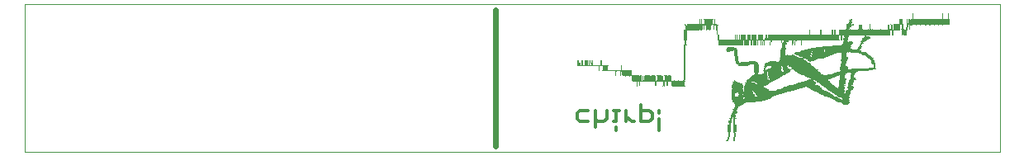
<source format=gbo>
G75*
G70*
%OFA0B0*%
%FSLAX24Y24*%
%IPPOS*%
%LPD*%
%AMOC8*
5,1,8,0,0,1.08239X$1,22.5*
%
%ADD10C,0.0000*%
%ADD11C,0.0240*%
%ADD12R,0.0029X0.0029*%
%ADD13R,0.0145X0.0029*%
%ADD14R,0.0116X0.0029*%
%ADD15R,0.0058X0.0029*%
%ADD16R,0.0087X0.0029*%
%ADD17R,0.0812X0.0029*%
%ADD18R,0.0725X0.0029*%
%ADD19R,0.0348X0.0029*%
%ADD20R,0.1566X0.0029*%
%ADD21R,0.1653X0.0029*%
%ADD22R,0.1711X0.0029*%
%ADD23R,0.1218X0.0029*%
%ADD24R,0.0203X0.0029*%
%ADD25R,0.0377X0.0029*%
%ADD26R,0.1740X0.0029*%
%ADD27R,0.0580X0.0029*%
%ADD28R,0.0174X0.0029*%
%ADD29R,0.0290X0.0029*%
%ADD30R,0.0087X0.0029*%
%ADD31R,0.0058X0.0029*%
%ADD32R,0.0261X0.0029*%
%ADD33R,0.0667X0.0029*%
%ADD34R,0.2436X0.0029*%
%ADD35R,0.0232X0.0029*%
%ADD36R,0.2059X0.0029*%
%ADD37R,0.0174X0.0029*%
%ADD38R,0.3770X0.0029*%
%ADD39R,0.1131X0.0029*%
%ADD40R,0.2871X0.0029*%
%ADD41R,0.0319X0.0029*%
%ADD42R,0.0261X0.0029*%
%ADD43R,0.4930X0.0029*%
%ADD44R,0.1015X0.0029*%
%ADD45R,0.0377X0.0029*%
%ADD46R,0.0406X0.0029*%
%ADD47R,0.0754X0.0029*%
%ADD48R,0.0986X0.0029*%
%ADD49R,0.1160X0.0029*%
%ADD50R,0.1392X0.0029*%
%ADD51R,0.1624X0.0029*%
%ADD52R,0.1798X0.0029*%
%ADD53R,0.0435X0.0029*%
%ADD54R,0.1421X0.0029*%
%ADD55R,0.0464X0.0029*%
%ADD56R,0.1450X0.0029*%
%ADD57R,0.0493X0.0029*%
%ADD58R,0.1479X0.0029*%
%ADD59R,0.0551X0.0029*%
%ADD60R,0.0899X0.0029*%
%ADD61R,0.0551X0.0029*%
%ADD62R,0.0464X0.0029*%
%ADD63R,0.0696X0.0029*%
%ADD64R,0.0638X0.0029*%
%ADD65R,0.0870X0.0029*%
%ADD66R,0.0841X0.0029*%
%ADD67R,0.0841X0.0029*%
%ADD68R,0.0928X0.0029*%
%ADD69R,0.0667X0.0029*%
%ADD70R,0.0957X0.0029*%
%ADD71R,0.1073X0.0029*%
%ADD72R,0.1131X0.0029*%
%ADD73R,0.1711X0.0029*%
%ADD74R,0.1856X0.0029*%
%ADD75R,0.1885X0.0029*%
%ADD76R,0.1247X0.0029*%
%ADD77R,0.0522X0.0029*%
%ADD78R,0.1305X0.0029*%
%ADD79R,0.1189X0.0029*%
%ADD80R,0.0928X0.0029*%
%ADD81R,0.0783X0.0029*%
%ADD82R,0.0609X0.0029*%
%ADD83R,0.1102X0.0029*%
%ADD84R,0.2117X0.0029*%
%ADD85R,0.1044X0.0029*%
%ADD86R,0.0754X0.0029*%
%ADD87R,0.1334X0.0029*%
%ADD88R,0.1044X0.0029*%
%ADD89R,0.0348X0.0029*%
%ADD90C,0.0120*%
D10*
X000151Y001048D02*
X000151Y007044D01*
X039533Y007044D01*
X039533Y001048D01*
X000151Y001048D01*
D11*
X019151Y001298D02*
X019151Y006798D01*
D12*
X026831Y006210D03*
X027440Y006239D03*
X027440Y006268D03*
X027440Y006297D03*
X027440Y006326D03*
X027440Y006355D03*
X027440Y006384D03*
X027498Y006384D03*
X027498Y006355D03*
X027498Y006326D03*
X027498Y006297D03*
X027498Y006268D03*
X027498Y006239D03*
X027527Y006152D03*
X027527Y006123D03*
X027527Y006094D03*
X027527Y006065D03*
X027527Y006036D03*
X027527Y006007D03*
X027585Y006007D03*
X027585Y006036D03*
X027585Y006065D03*
X027585Y006094D03*
X027585Y006123D03*
X027585Y006152D03*
X027991Y006152D03*
X027991Y006123D03*
X027991Y006094D03*
X027991Y006065D03*
X027991Y006036D03*
X027991Y006007D03*
X027846Y005978D03*
X027701Y005978D03*
X028136Y005949D03*
X028136Y005920D03*
X028136Y005891D03*
X028136Y005862D03*
X028136Y005833D03*
X028136Y005804D03*
X028861Y005775D03*
X028861Y005746D03*
X028861Y005717D03*
X028861Y005688D03*
X028861Y005659D03*
X028861Y005630D03*
X028861Y005601D03*
X028948Y005601D03*
X028948Y005630D03*
X028948Y005659D03*
X028948Y005688D03*
X028948Y005717D03*
X028948Y005746D03*
X028948Y005775D03*
X029035Y005775D03*
X029035Y005746D03*
X029035Y005717D03*
X029035Y005688D03*
X029035Y005659D03*
X029035Y005630D03*
X029035Y005601D03*
X029760Y005543D03*
X029760Y005514D03*
X029760Y005485D03*
X029760Y005456D03*
X029760Y005427D03*
X029760Y005398D03*
X029760Y005369D03*
X029905Y005369D03*
X029905Y005398D03*
X029905Y005427D03*
X029905Y005456D03*
X029905Y005485D03*
X029905Y005514D03*
X029905Y005543D03*
X029963Y005514D03*
X029963Y005485D03*
X029963Y005456D03*
X029963Y005427D03*
X029963Y005398D03*
X029963Y005369D03*
X030021Y005369D03*
X030021Y005398D03*
X030021Y005427D03*
X030021Y005456D03*
X030021Y005485D03*
X030021Y005514D03*
X030282Y005456D03*
X030282Y005427D03*
X030282Y005398D03*
X030282Y005369D03*
X030746Y005456D03*
X030746Y005485D03*
X030746Y005514D03*
X030746Y005543D03*
X031181Y005398D03*
X031181Y005369D03*
X031268Y005369D03*
X031268Y005398D03*
X031268Y005427D03*
X031268Y005456D03*
X031268Y005485D03*
X031268Y005514D03*
X031529Y005514D03*
X031529Y005485D03*
X031529Y005456D03*
X031529Y005427D03*
X031529Y005398D03*
X031529Y005369D03*
X031529Y005543D03*
X031877Y005804D03*
X031877Y005833D03*
X031877Y005862D03*
X031877Y005891D03*
X031877Y005920D03*
X031877Y005949D03*
X031877Y005978D03*
X032283Y005978D03*
X033124Y005746D03*
X033124Y005717D03*
X033124Y005688D03*
X033124Y005659D03*
X033124Y005630D03*
X033124Y005601D03*
X033124Y005572D03*
X033182Y005572D03*
X033182Y005601D03*
X033182Y005630D03*
X033182Y005659D03*
X033182Y005688D03*
X033182Y005717D03*
X033182Y005746D03*
X033501Y006007D03*
X034226Y006007D03*
X034284Y006036D03*
X034284Y006065D03*
X034284Y006094D03*
X034284Y006123D03*
X034284Y006152D03*
X034284Y006181D03*
X034284Y006210D03*
X034400Y006007D03*
X034748Y006007D03*
X035125Y006210D03*
X035792Y006268D03*
X035792Y006297D03*
X035792Y006326D03*
X035792Y006355D03*
X035792Y006384D03*
X035792Y006413D03*
X035850Y006413D03*
X036024Y006442D03*
X036024Y006471D03*
X036024Y006500D03*
X036024Y006529D03*
X036024Y006558D03*
X036024Y006587D03*
X036024Y006616D03*
X037242Y006616D03*
X037242Y006587D03*
X037242Y006558D03*
X037242Y006529D03*
X037242Y006500D03*
X037242Y006471D03*
X037242Y006442D03*
X037474Y006442D03*
X037474Y006471D03*
X037474Y006500D03*
X037474Y006529D03*
X037474Y006558D03*
X037474Y006587D03*
X037474Y006616D03*
X037242Y006181D03*
X037068Y006181D03*
X036894Y006181D03*
X036343Y006181D03*
X036169Y006181D03*
X035995Y006181D03*
X035908Y006152D03*
X035908Y006123D03*
X035908Y006094D03*
X035908Y006065D03*
X035908Y006036D03*
X035908Y006007D03*
X035589Y005775D03*
X033443Y005079D03*
X030978Y004963D03*
X029847Y004180D03*
X028832Y003919D03*
X026570Y003919D03*
X026396Y003919D03*
X025932Y003948D03*
X025932Y003977D03*
X025932Y004006D03*
X025932Y004035D03*
X025932Y004064D03*
X025932Y004093D03*
X026222Y004122D03*
X025120Y004093D03*
X025120Y004064D03*
X025120Y004035D03*
X025120Y004006D03*
X025120Y003977D03*
X025120Y003948D03*
X025004Y003861D03*
X025004Y003832D03*
X025004Y003803D03*
X025004Y003774D03*
X025004Y003745D03*
X025004Y003716D03*
X024888Y003716D03*
X024888Y003687D03*
X024888Y003745D03*
X024888Y003774D03*
X024888Y003803D03*
X024888Y003832D03*
X024888Y003861D03*
X024598Y004093D03*
X024424Y004093D03*
X024221Y004122D03*
X024221Y004151D03*
X024221Y004180D03*
X024221Y004209D03*
X024221Y004238D03*
X024221Y004267D03*
X024250Y004354D03*
X024250Y004383D03*
X024250Y004412D03*
X024250Y004441D03*
X024250Y004470D03*
X024250Y004499D03*
X024250Y004528D03*
X024018Y004267D03*
X024018Y004238D03*
X024018Y004209D03*
X024018Y004180D03*
X024018Y004151D03*
X024018Y004122D03*
X023351Y004325D03*
X023351Y004354D03*
X023351Y004383D03*
X023351Y004412D03*
X023351Y004441D03*
X023351Y004470D03*
X023351Y004499D03*
X022974Y004557D03*
X022974Y004586D03*
X022974Y004615D03*
X022974Y004644D03*
X022974Y004673D03*
X022974Y004702D03*
X022974Y004731D03*
X023032Y004731D03*
X023032Y004702D03*
X023032Y004673D03*
X023032Y004644D03*
X023090Y004644D03*
X023090Y004673D03*
X023090Y004702D03*
X023090Y004731D03*
X025932Y003687D03*
X025990Y003687D03*
X028020Y006239D03*
X028020Y006268D03*
X028020Y006297D03*
X028020Y006326D03*
X028020Y006355D03*
X028020Y006384D03*
X028020Y006413D03*
X027614Y006413D03*
X027498Y006413D03*
D13*
X027730Y006413D03*
X027585Y006181D03*
X030862Y005485D03*
X030804Y005369D03*
X030804Y005340D03*
X030804Y005311D03*
X030804Y005282D03*
X030804Y005253D03*
X028890Y004905D03*
X028571Y005108D03*
X030079Y004499D03*
X030050Y004267D03*
X030050Y004238D03*
X029702Y004238D03*
X029702Y004209D03*
X031877Y003948D03*
X033472Y003745D03*
X033472Y003716D03*
X033559Y004064D03*
X033559Y004093D03*
X033559Y004122D03*
X033588Y004180D03*
X033588Y004209D03*
X034342Y004789D03*
X034371Y004760D03*
X033298Y005514D03*
X033298Y005543D03*
X033327Y005659D03*
X033385Y006036D03*
X033907Y006036D03*
X033907Y006065D03*
X033907Y006094D03*
X033907Y006123D03*
X033907Y006152D03*
X033907Y006181D03*
X022829Y004731D03*
X022829Y004702D03*
X022829Y004673D03*
X022829Y004644D03*
X022829Y004615D03*
X022829Y004586D03*
X022829Y004557D03*
X028774Y003397D03*
X028774Y003368D03*
X028774Y003339D03*
X028774Y003310D03*
X029064Y003368D03*
X028890Y002875D03*
X028890Y002846D03*
X028861Y002817D03*
X028861Y002788D03*
X028832Y002730D03*
X028832Y002701D03*
X028803Y002614D03*
X028774Y002556D03*
D14*
X028673Y002411D03*
X028818Y002382D03*
X028644Y002295D03*
X028644Y002266D03*
X028644Y002237D03*
X028615Y002121D03*
X028615Y002092D03*
X028615Y002063D03*
X028615Y002034D03*
X028615Y002005D03*
X028615Y001976D03*
X028615Y001947D03*
X028615Y001918D03*
X028615Y001889D03*
X028615Y001860D03*
X028818Y001860D03*
X028818Y001889D03*
X028818Y001918D03*
X028818Y001947D03*
X028818Y001976D03*
X028818Y002005D03*
X028818Y002034D03*
X028818Y002063D03*
X028818Y002092D03*
X028818Y002121D03*
X026034Y004122D03*
X028934Y004673D03*
X028934Y004702D03*
X028905Y004731D03*
X028905Y004760D03*
X028905Y004789D03*
X028905Y004818D03*
X028905Y004847D03*
X028905Y004876D03*
X028876Y004934D03*
X028876Y004963D03*
X028876Y004992D03*
X028876Y005021D03*
X028876Y005050D03*
X028876Y005079D03*
X028876Y005108D03*
X028876Y005137D03*
X029630Y005369D03*
X029630Y005398D03*
X029630Y005427D03*
X029630Y005456D03*
X029630Y005485D03*
X029630Y005514D03*
X029630Y005543D03*
X029398Y005601D03*
X029398Y005630D03*
X029398Y005659D03*
X029398Y005688D03*
X029398Y005717D03*
X029398Y005746D03*
X029398Y005775D03*
X030094Y005630D03*
X030094Y005601D03*
X030848Y005456D03*
X033371Y006007D03*
X033400Y006065D03*
X033458Y006239D03*
X033487Y006268D03*
X033487Y006297D03*
X033516Y006355D03*
X035517Y006355D03*
X035517Y006326D03*
X035517Y006297D03*
X035517Y006268D03*
X035517Y006239D03*
X035517Y006384D03*
X035604Y006007D03*
X035691Y005775D03*
X034009Y005514D03*
X033980Y005485D03*
X033951Y005427D03*
X033893Y005311D03*
X033864Y005253D03*
X033864Y005224D03*
X033835Y005195D03*
X033516Y005485D03*
X034386Y004731D03*
X034415Y004702D03*
X034415Y004673D03*
X034415Y004644D03*
X034444Y004615D03*
X034444Y004586D03*
X033574Y004151D03*
X026817Y005369D03*
X026846Y005572D03*
X026846Y005601D03*
X026846Y005630D03*
X026846Y005659D03*
X026846Y005688D03*
X026846Y005717D03*
X026846Y005746D03*
X026846Y005775D03*
X026846Y005804D03*
X026846Y005833D03*
X026846Y005862D03*
X026846Y005891D03*
X026846Y005920D03*
X026846Y005949D03*
X027890Y006413D03*
X022525Y004615D03*
X022525Y004586D03*
X022525Y004557D03*
D15*
X024033Y004296D03*
X024236Y004296D03*
X025019Y004122D03*
X025483Y004122D03*
X025570Y004122D03*
X026150Y004122D03*
X026788Y004122D03*
X026788Y004093D03*
X026788Y004064D03*
X026788Y004035D03*
X026788Y004006D03*
X026788Y003977D03*
X026788Y003948D03*
X026788Y004151D03*
X026788Y004180D03*
X026788Y004209D03*
X026788Y004238D03*
X026788Y004267D03*
X026788Y004296D03*
X026788Y004325D03*
X026788Y004354D03*
X026788Y004383D03*
X026788Y004412D03*
X026788Y004441D03*
X026788Y004470D03*
X026788Y004499D03*
X026788Y004528D03*
X026788Y004557D03*
X026788Y004586D03*
X026788Y004615D03*
X026788Y004644D03*
X026788Y004673D03*
X026788Y004702D03*
X026788Y004731D03*
X026788Y004760D03*
X026788Y004789D03*
X026788Y004818D03*
X026788Y004847D03*
X026788Y004876D03*
X026788Y004905D03*
X026788Y004934D03*
X026788Y004963D03*
X026788Y004992D03*
X026788Y005021D03*
X026788Y005050D03*
X026788Y005079D03*
X026788Y005108D03*
X026788Y005137D03*
X026788Y005166D03*
X026788Y005195D03*
X026788Y005224D03*
X026788Y005253D03*
X026788Y005282D03*
X026788Y005311D03*
X026788Y005340D03*
X028151Y005601D03*
X028151Y005630D03*
X028151Y005659D03*
X028151Y005688D03*
X028151Y005717D03*
X028151Y005746D03*
X028151Y005775D03*
X027455Y005978D03*
X026846Y006152D03*
X026846Y006181D03*
X029485Y005514D03*
X029485Y005485D03*
X029485Y005456D03*
X029485Y005427D03*
X029485Y005398D03*
X029485Y005369D03*
X031283Y005543D03*
X032298Y005804D03*
X032298Y005833D03*
X032298Y005862D03*
X032298Y005891D03*
X032298Y005920D03*
X032298Y005949D03*
X033603Y006210D03*
X034299Y006007D03*
X035778Y006036D03*
X035778Y006065D03*
X035923Y006181D03*
X036706Y006181D03*
X035865Y006384D03*
X033545Y006413D03*
X033545Y005514D03*
X030036Y004441D03*
X025628Y003861D03*
X025628Y003832D03*
X025628Y003803D03*
X025628Y003774D03*
X025628Y003745D03*
X025628Y003716D03*
X028818Y001802D03*
X028818Y001773D03*
X028818Y001744D03*
X028818Y001715D03*
X028818Y001657D03*
X028586Y001657D03*
X028528Y001512D03*
X028789Y001512D03*
X028789Y001483D03*
X028789Y001541D03*
D16*
X028803Y001570D03*
X028803Y001599D03*
X028803Y001628D03*
X028832Y001686D03*
X028600Y001686D03*
X028600Y001715D03*
X028600Y001744D03*
X028600Y001773D03*
X028600Y001802D03*
X028600Y001831D03*
X028803Y001831D03*
X028571Y001628D03*
X028571Y001599D03*
X028542Y001541D03*
X028513Y001483D03*
X028803Y002150D03*
X028803Y002179D03*
X028803Y002208D03*
X028803Y002237D03*
X028803Y002266D03*
X028803Y002295D03*
X028803Y002324D03*
X028803Y002353D03*
X028803Y002411D03*
X028803Y002440D03*
X028687Y002440D03*
X028658Y002382D03*
X028658Y002353D03*
X028658Y002324D03*
X025961Y003716D03*
X025961Y003745D03*
X025961Y003774D03*
X025961Y003803D03*
X025961Y003832D03*
X025961Y003861D03*
X026773Y003919D03*
X028832Y003890D03*
X030021Y004354D03*
X030021Y004383D03*
X030021Y004412D03*
X030050Y004470D03*
X031877Y004702D03*
X034458Y004557D03*
X034458Y004528D03*
X034458Y004499D03*
X034458Y004470D03*
X033878Y005282D03*
X033907Y005340D03*
X033907Y005369D03*
X033936Y005398D03*
X033965Y005456D03*
X034110Y005717D03*
X034110Y005746D03*
X035183Y005775D03*
X035183Y005804D03*
X035183Y005833D03*
X035183Y005862D03*
X035183Y005891D03*
X035183Y005920D03*
X035183Y005949D03*
X035038Y006036D03*
X035038Y006065D03*
X035038Y006094D03*
X035038Y006123D03*
X035038Y006152D03*
X035038Y006181D03*
X035763Y006007D03*
X035792Y006094D03*
X035792Y006123D03*
X035792Y006152D03*
X035792Y006181D03*
X035531Y006413D03*
X033530Y006384D03*
X033501Y006326D03*
X032863Y005978D03*
X032863Y005949D03*
X032863Y005920D03*
X032863Y005891D03*
X032863Y005862D03*
X032863Y005833D03*
X032863Y005804D03*
X030108Y005775D03*
X030108Y005746D03*
X030108Y005717D03*
X030108Y005688D03*
X030108Y005659D03*
X029992Y005543D03*
X028107Y005978D03*
X028107Y006007D03*
X028107Y006036D03*
X028107Y006065D03*
X028107Y006094D03*
X028107Y006123D03*
X028107Y006152D03*
X026831Y005543D03*
X026831Y005514D03*
X026831Y005485D03*
X026831Y005456D03*
X026831Y005427D03*
X026831Y005398D03*
X023438Y004731D03*
X023438Y004702D03*
X023438Y004673D03*
X023438Y004644D03*
X023438Y004615D03*
X023438Y004586D03*
X023438Y004557D03*
X023061Y004557D03*
X023061Y004586D03*
X023061Y004615D03*
X022655Y004615D03*
X022655Y004586D03*
X022655Y004557D03*
X022655Y004644D03*
X022655Y004673D03*
X022655Y004702D03*
X022655Y004731D03*
X022510Y004731D03*
X022510Y004702D03*
X022510Y004673D03*
X022510Y004644D03*
D17*
X028557Y005369D03*
X028557Y005398D03*
X028557Y005427D03*
X028557Y005456D03*
X028557Y005485D03*
X032037Y005166D03*
X036329Y006413D03*
X031689Y003803D03*
X030094Y003339D03*
X029630Y003716D03*
D18*
X030746Y003513D03*
X030862Y003542D03*
X032892Y003600D03*
X032921Y004151D03*
X030543Y004209D03*
X030340Y004325D03*
X029789Y004035D03*
X032283Y004934D03*
X037126Y006413D03*
D19*
X031718Y004876D03*
X031921Y004760D03*
X030384Y004006D03*
X029920Y003745D03*
X029369Y003513D03*
X029369Y003484D03*
X032733Y003281D03*
X032791Y003252D03*
X032820Y003223D03*
X033284Y003223D03*
X033284Y003020D03*
X027774Y006239D03*
X027774Y006268D03*
X027774Y006297D03*
X027774Y006326D03*
X027774Y006355D03*
X027774Y006384D03*
D20*
X036706Y006384D03*
D21*
X036662Y006355D03*
X036662Y006326D03*
X036662Y006297D03*
X036662Y006268D03*
D22*
X036633Y006239D03*
D23*
X027513Y006210D03*
X030239Y003426D03*
X029340Y003107D03*
D24*
X028919Y002904D03*
X029383Y003861D03*
X029702Y004296D03*
X029702Y004325D03*
X029702Y004354D03*
X029702Y004383D03*
X029702Y004412D03*
X029702Y004441D03*
X029702Y004470D03*
X029702Y004499D03*
X030862Y004470D03*
X033153Y004093D03*
X033153Y004064D03*
X033588Y004035D03*
X033530Y003890D03*
X033530Y003861D03*
X033501Y003832D03*
X033501Y003687D03*
X033443Y003542D03*
X033414Y003513D03*
X033414Y003484D03*
X033385Y003426D03*
X033211Y004528D03*
X033211Y004557D03*
X033211Y004586D03*
X034255Y004876D03*
X034284Y004847D03*
X034226Y004905D03*
X033240Y004905D03*
X033240Y005021D03*
X033240Y005050D03*
X030891Y005514D03*
X029615Y005601D03*
X029615Y005630D03*
X029615Y005659D03*
X029615Y005688D03*
X029615Y005717D03*
X029615Y005746D03*
X029615Y005775D03*
X027788Y006181D03*
X030775Y005166D03*
X030775Y005137D03*
X030775Y005108D03*
X030775Y005079D03*
X030775Y005050D03*
X033907Y006007D03*
X033443Y006123D03*
X033443Y006210D03*
X035096Y006007D03*
X035676Y005949D03*
X035676Y005920D03*
X035676Y005891D03*
X035676Y005862D03*
X035676Y005833D03*
X035676Y005804D03*
X025787Y004093D03*
X025787Y004064D03*
X025787Y004035D03*
X025787Y004006D03*
X025787Y003977D03*
X025787Y003948D03*
D25*
X024859Y003948D03*
X024859Y003977D03*
X024859Y004006D03*
X024859Y004035D03*
X024859Y004064D03*
X024859Y004093D03*
X029354Y003455D03*
X033269Y003252D03*
X035444Y006210D03*
D26*
X036619Y006210D03*
D27*
X032733Y005050D03*
X032211Y004876D03*
X031602Y004963D03*
X030964Y004934D03*
X030413Y004354D03*
X030471Y004122D03*
X031805Y003861D03*
X032298Y003948D03*
X030036Y003281D03*
X029282Y003397D03*
X029021Y003078D03*
X033168Y003136D03*
X027107Y005978D03*
X027194Y006152D03*
X027194Y006181D03*
D28*
X027774Y006152D03*
X027774Y006123D03*
X027774Y006094D03*
X027774Y006065D03*
X027774Y006036D03*
X027774Y006007D03*
X028064Y006181D03*
X029079Y005485D03*
X029079Y005456D03*
X029079Y005427D03*
X029079Y005398D03*
X029079Y005369D03*
X030790Y005224D03*
X030790Y005195D03*
X030819Y005398D03*
X030819Y005427D03*
X033284Y005485D03*
X033342Y005688D03*
X033342Y005717D03*
X033342Y005746D03*
X033429Y006094D03*
X029717Y004180D03*
X028847Y003861D03*
X028789Y003426D03*
X029050Y003426D03*
X029050Y003339D03*
X028789Y003281D03*
X028847Y002759D03*
X028789Y002585D03*
X028760Y002527D03*
X028760Y002498D03*
X033400Y003455D03*
X033487Y003774D03*
X033487Y003803D03*
D29*
X033197Y003948D03*
X033197Y003977D03*
X033197Y004006D03*
X030935Y004296D03*
X030935Y004325D03*
X030906Y004383D03*
X028905Y003832D03*
X026121Y003948D03*
X026121Y003977D03*
X026121Y004006D03*
X026121Y004035D03*
X026121Y004064D03*
X026121Y004093D03*
X028673Y005253D03*
X033255Y004789D03*
X034154Y005659D03*
X033487Y006181D03*
X035372Y006181D03*
X033313Y003194D03*
X033313Y003165D03*
X028963Y002933D03*
D30*
X028629Y002208D03*
X028629Y002179D03*
X028629Y002150D03*
X029499Y005543D03*
X035154Y006036D03*
X035154Y006065D03*
X035154Y006094D03*
X035154Y006123D03*
X035154Y006152D03*
X035154Y006181D03*
X035589Y006181D03*
X035589Y006152D03*
X035589Y006123D03*
X035589Y006094D03*
X035589Y006065D03*
X035589Y006036D03*
D31*
X036532Y006181D03*
X032762Y005978D03*
X032762Y005949D03*
X032762Y005920D03*
X032762Y005891D03*
X032762Y005862D03*
X032762Y005833D03*
X032762Y005804D03*
X031167Y005543D03*
X031167Y005514D03*
X031167Y005485D03*
X031167Y005456D03*
X031167Y005427D03*
X030297Y005485D03*
X030297Y005514D03*
X030297Y005543D03*
X031167Y004963D03*
X026092Y003861D03*
X026092Y003832D03*
X026092Y003803D03*
X026092Y003774D03*
X026092Y003745D03*
X026092Y003716D03*
X028557Y001570D03*
D32*
X033124Y003629D03*
X033124Y003658D03*
X033501Y003658D03*
X033501Y003629D03*
X033182Y003890D03*
X033182Y003919D03*
X031877Y003919D03*
X030369Y003977D03*
X030891Y004412D03*
X030369Y004702D03*
X031906Y004731D03*
X033269Y004818D03*
X033269Y004847D03*
X033269Y004876D03*
X034052Y004992D03*
X034371Y004441D03*
X028629Y005137D03*
X033472Y006152D03*
X035357Y006152D03*
X035357Y006123D03*
X035357Y006094D03*
X035357Y006065D03*
X035357Y006036D03*
X035357Y006007D03*
D33*
X031587Y005050D03*
X032950Y004180D03*
X029905Y003513D03*
X030050Y003310D03*
X029296Y003310D03*
X033153Y003397D03*
X024627Y004122D03*
X027150Y006007D03*
X027150Y006036D03*
X027150Y006065D03*
X027150Y006094D03*
X027150Y006123D03*
D34*
X034270Y005978D03*
D35*
X034154Y005688D03*
X034067Y005572D03*
X035691Y005978D03*
X034183Y004934D03*
X033226Y004702D03*
X033226Y004673D03*
X033226Y004644D03*
X033226Y004615D03*
X033168Y004122D03*
X033168Y004035D03*
X033545Y003919D03*
X033574Y003948D03*
X033603Y004006D03*
X033139Y003774D03*
X033139Y003716D03*
X033139Y003687D03*
X033487Y003600D03*
X033487Y003571D03*
X030355Y003948D03*
X030007Y004180D03*
X030877Y004441D03*
X030848Y004499D03*
X029311Y005369D03*
X029311Y005398D03*
X029311Y005427D03*
X029311Y005456D03*
X029311Y005485D03*
X029311Y005514D03*
X029311Y005543D03*
X029862Y005601D03*
X029862Y005630D03*
X029862Y005659D03*
X029862Y005688D03*
X029862Y005717D03*
X029862Y005746D03*
X029862Y005775D03*
X030906Y005543D03*
X025309Y004122D03*
X023598Y004354D03*
X023598Y004383D03*
X023598Y004412D03*
X023598Y004441D03*
X023598Y004470D03*
X023598Y004499D03*
X028760Y002469D03*
D36*
X034081Y005804D03*
X034081Y005833D03*
X034081Y005862D03*
X034081Y005891D03*
X034081Y005920D03*
X034081Y005949D03*
D37*
X033313Y005630D03*
X033313Y005601D03*
X033313Y005572D03*
X034038Y005543D03*
X033226Y004992D03*
X033226Y004963D03*
X033226Y004934D03*
X034328Y004818D03*
X033603Y004238D03*
X030761Y004963D03*
X030761Y004992D03*
X030761Y005021D03*
X029688Y004557D03*
X029688Y004528D03*
X029688Y004267D03*
X030036Y004209D03*
X025773Y004122D03*
X028818Y002672D03*
X028818Y002643D03*
X033313Y002962D03*
X029166Y005601D03*
X029166Y005630D03*
X029166Y005659D03*
X029166Y005688D03*
X029166Y005717D03*
X029166Y005746D03*
X029166Y005775D03*
D38*
X032066Y005775D03*
D39*
X034545Y005775D03*
X032283Y004064D03*
D40*
X031616Y005601D03*
X031616Y005630D03*
X031616Y005659D03*
X031616Y005688D03*
X031616Y005717D03*
X031616Y005746D03*
D41*
X034139Y005630D03*
X033994Y005021D03*
X033240Y004470D03*
X033240Y004441D03*
X033240Y004412D03*
X033240Y004383D03*
X030920Y004354D03*
X032979Y003165D03*
X029499Y003078D03*
D42*
X033153Y003745D03*
X033153Y003803D03*
X033153Y003832D03*
X033153Y003861D03*
X033588Y003977D03*
X033240Y004499D03*
X033240Y004731D03*
X033240Y004760D03*
X034110Y004963D03*
X034110Y005601D03*
X029528Y004702D03*
X033298Y002991D03*
D43*
X030587Y005572D03*
D44*
X028658Y005543D03*
X028658Y005514D03*
X029702Y003542D03*
D45*
X028948Y003774D03*
X028948Y003803D03*
X029441Y003832D03*
X029180Y004528D03*
X028687Y005224D03*
X024482Y004296D03*
X024482Y004267D03*
X024482Y004238D03*
X024482Y004209D03*
X024482Y004180D03*
X024482Y004151D03*
X033356Y005398D03*
X033385Y005427D03*
X033385Y005456D03*
D46*
X033342Y005369D03*
X033922Y005050D03*
X030500Y004499D03*
X030500Y004470D03*
X031834Y003890D03*
X032588Y003339D03*
X032646Y003310D03*
X029456Y003803D03*
X028934Y003600D03*
X029369Y003426D03*
X028992Y002991D03*
X024874Y003919D03*
X028702Y005195D03*
D47*
X031022Y004876D03*
X033139Y005340D03*
X033429Y004296D03*
X031080Y003600D03*
X029775Y004006D03*
X030355Y004296D03*
D48*
X031515Y004499D03*
X031602Y004412D03*
X031689Y004354D03*
X031138Y004760D03*
X032443Y005021D03*
X033023Y005311D03*
X029688Y003571D03*
D49*
X033661Y004325D03*
X032936Y005282D03*
D50*
X032791Y005253D03*
X032327Y004122D03*
D51*
X030964Y004673D03*
X032704Y005224D03*
D52*
X032675Y005195D03*
X030964Y004615D03*
D53*
X030485Y004441D03*
X030398Y004035D03*
X029934Y003774D03*
X029470Y003774D03*
X029470Y003745D03*
X028948Y003745D03*
X028948Y003716D03*
X028919Y003629D03*
X028919Y003571D03*
X028919Y003542D03*
X028919Y003513D03*
X028919Y003484D03*
X028919Y003455D03*
X029383Y003368D03*
X029383Y003339D03*
X032544Y003368D03*
X033240Y003281D03*
X033240Y003049D03*
X032718Y003629D03*
X032631Y003687D03*
X032602Y003716D03*
X034284Y004412D03*
X031674Y004905D03*
X032196Y005079D03*
X032196Y005108D03*
X031732Y005137D03*
X028716Y005166D03*
D54*
X033182Y005166D03*
D55*
X032211Y005137D03*
X025396Y004093D03*
X025396Y004064D03*
X025396Y004035D03*
X025396Y004006D03*
X025396Y003977D03*
X025396Y003948D03*
X029021Y003020D03*
D56*
X030326Y003484D03*
X033197Y005137D03*
D57*
X031703Y005108D03*
X031645Y004934D03*
X031935Y004789D03*
X030456Y004412D03*
X029209Y004557D03*
X030427Y004064D03*
X029963Y003803D03*
X032109Y003600D03*
X032138Y003571D03*
X032196Y003542D03*
X032254Y003513D03*
X032312Y003484D03*
X032370Y003455D03*
X032428Y003426D03*
X033008Y003426D03*
X033211Y003310D03*
X032486Y003803D03*
X032457Y003832D03*
D58*
X029441Y003165D03*
X033211Y005108D03*
D59*
X031645Y005079D03*
X033095Y004238D03*
X029963Y003832D03*
D60*
X031645Y003774D03*
X031877Y004209D03*
X032921Y005079D03*
D61*
X033762Y005079D03*
X029876Y004151D03*
X030456Y004093D03*
X032341Y003919D03*
X032979Y003484D03*
X026541Y003716D03*
X026541Y003745D03*
X026541Y003774D03*
X026541Y003803D03*
X026541Y003832D03*
X026541Y003861D03*
D62*
X028934Y003687D03*
X028934Y003658D03*
X028934Y003252D03*
X028934Y003223D03*
X028934Y003194D03*
X032472Y003397D03*
X032675Y003658D03*
X032559Y003745D03*
X032530Y003774D03*
X033197Y003078D03*
X032182Y005050D03*
D63*
X032269Y004905D03*
X031573Y005021D03*
X030993Y004905D03*
X030529Y004180D03*
X029804Y004064D03*
X032269Y003977D03*
X032907Y003571D03*
D64*
X032936Y003542D03*
X030500Y004151D03*
X029833Y004093D03*
X029978Y003861D03*
X029398Y004673D03*
X031573Y004992D03*
D65*
X032385Y004992D03*
X029340Y004586D03*
X029311Y004644D03*
X031921Y004180D03*
X033980Y004383D03*
D66*
X031964Y004151D03*
X030601Y004267D03*
X031239Y003658D03*
X029644Y003629D03*
X032341Y004963D03*
D67*
X031993Y004847D03*
X031065Y004847D03*
X029325Y004615D03*
X029760Y003948D03*
D68*
X031834Y004238D03*
X032298Y004035D03*
X031109Y004818D03*
D69*
X031964Y004818D03*
D70*
X031123Y004789D03*
X031471Y004528D03*
X031558Y004470D03*
X031587Y004441D03*
X031645Y004383D03*
X031703Y004325D03*
X031790Y004267D03*
X030485Y004528D03*
X029673Y003600D03*
X030137Y003368D03*
D71*
X030195Y003397D03*
X029760Y003223D03*
X031616Y003745D03*
X031152Y004731D03*
D72*
X031181Y004702D03*
D73*
X030949Y004644D03*
D74*
X030964Y004586D03*
D75*
X030978Y004557D03*
D76*
X032283Y004093D03*
X023090Y004528D03*
D77*
X025367Y003919D03*
X026556Y003687D03*
X029021Y003049D03*
X032066Y003629D03*
X032008Y003658D03*
X032385Y003890D03*
X032414Y003861D03*
X033023Y004209D03*
X030442Y004383D03*
X032994Y003455D03*
X033197Y003339D03*
X033168Y003107D03*
D78*
X031587Y003687D03*
X033733Y004354D03*
D79*
X031587Y003716D03*
X024076Y004325D03*
D80*
X031747Y004296D03*
D81*
X032283Y004006D03*
X033327Y004267D03*
X030572Y004238D03*
X029760Y003977D03*
X029615Y003687D03*
X029615Y003658D03*
X030949Y003571D03*
X031152Y003629D03*
D82*
X032950Y003513D03*
X033182Y003368D03*
X029847Y004122D03*
X025961Y003919D03*
D83*
X029746Y003252D03*
X029862Y003919D03*
D84*
X025758Y003890D03*
D85*
X029833Y003890D03*
D86*
X031718Y003832D03*
X029311Y003281D03*
D87*
X029398Y003136D03*
X030268Y003455D03*
D88*
X029717Y003194D03*
D89*
X028992Y002962D03*
X032907Y003194D03*
D90*
X025776Y002738D02*
X025776Y002625D01*
X025493Y002625D02*
X025380Y002738D01*
X025039Y002738D01*
X025039Y002965D02*
X025039Y002284D01*
X025380Y002284D01*
X025493Y002398D01*
X025493Y002625D01*
X025776Y002398D02*
X025776Y001944D01*
X024766Y002284D02*
X024652Y002284D01*
X024425Y002511D01*
X023651Y002398D02*
X023651Y002738D01*
X023934Y002738D02*
X024161Y002738D01*
X024048Y002738D02*
X024048Y002284D01*
X023934Y002284D01*
X023651Y002398D02*
X023538Y002284D01*
X023311Y002284D01*
X023198Y002398D01*
X022915Y002284D02*
X022575Y002284D01*
X022461Y002398D01*
X022461Y002625D01*
X022575Y002738D01*
X022915Y002738D01*
X023198Y002738D02*
X023198Y002058D01*
X024048Y002058D02*
X024048Y001944D01*
X024425Y002284D02*
X024425Y002738D01*
M02*

</source>
